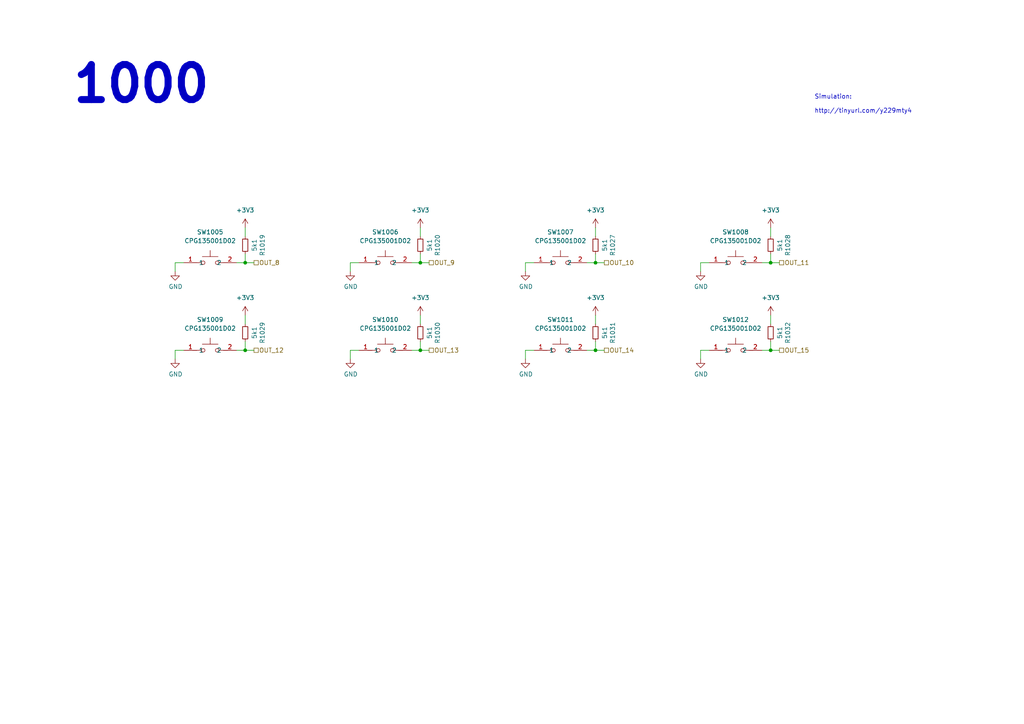
<source format=kicad_sch>
(kicad_sch (version 20230121) (generator eeschema)
  (paper "A4")
  (lib_symbols
    (symbol "power:+3V3" (power) (pin_names (offset 0))
      (property "Value" "+3V3" (at 0 3.556 0))
      (symbol "+3V3_0_1"
        (polyline (pts (xy -0.762 1.27) (xy 0 2.54)))
        (polyline (pts (xy 0 0) (xy 0 2.54)))
        (polyline (pts (xy 0 2.54) (xy 0.762 1.27)))
      )
      (symbol "+3V3_1_1"
        (pin power_in line (at 0 0 90) (length 0) hide (name "+3V3") (number "1"))
      )
    )
    (symbol "power:GND" (power) (pin_names (offset 0))
      (property "Value" "GND" (at 0 -3.81 0))
      (symbol "GND_0_1"
        (polyline (pts (xy 0 0) (xy 0 -1.27) (xy 1.27 -1.27) (xy 0 -2.54) (xy -1.27 -1.27) (xy 0 -1.27)))
      )
      (symbol "GND_1_1"
        (pin power_in line (at 0 0 270) (length 0) hide (name "GND") (number "1"))
      )
    )
    (symbol "suku_basics:CPG135001D02"
      (property "Reference" "SW" (at 0 2.54 0))
      (property "Value" "CPG135001D02" (at 0 -7.62 0))
      (symbol "CPG135001D02_0_1"
        (circle (center -2.03 -2.54) (radius 0.51))
        (polyline (pts (xy -5.08 -2.54) (xy -2.54 -2.54)))
        (polyline (pts (xy -2.29 -0.76) (xy 2.29 -0.76)))
        (polyline (pts (xy 0 -0.76) (xy 0 1.02)))
        (polyline (pts (xy 5.08 -2.54) (xy 2.54 -2.54)))
        (circle (center 2.03 -2.54) (radius 0.51))
        (pin unspecified line (at -7.62 -2.54 0) (length 3.81) (name "1") (number "1"))
        (pin unspecified line (at 7.62 -2.54 180) (length 3.81) (name "2") (number "2"))
      )
    )
    (symbol "suku_basics:RES" (pin_numbers hide) (pin_names (offset 0.254) hide)
      (property "Reference" "R" (at 0.762 0.508 0))
      (symbol "RES_1_1"
        (rectangle (start -0.762 1.778) (end 0.762 -1.778) (stroke (width 0.2032)))
        (pin passive line (at 0 2.54 270) (length 0.762) (name "~") (number "1"))
        (pin passive line (at 0 -2.54 90) (length 0.762) (name "~") (number "2"))
      )
    )
  )
  (junction (at 71.12 76.2))
  (junction (at 223.52 76.2))
  (junction (at 71.12 101.6))
  (junction (at 223.52 101.6))
  (junction (at 172.72 76.2))
  (junction (at 121.92 101.6))
  (junction (at 172.72 101.6))
  (junction (at 121.92 76.2))
  (wire (pts (xy 121.92 66.04) (xy 121.92 68.58)))
  (wire (pts (xy 170.18 101.6) (xy 172.72 101.6)))
  (wire (pts (xy 223.52 99.06) (xy 223.52 101.6)))
  (wire (pts (xy 223.52 91.44) (xy 223.52 93.98)))
  (wire (pts (xy 152.4 76.2) (xy 152.4 78.74)))
  (wire (pts (xy 71.12 91.44) (xy 71.12 93.98)))
  (wire (pts (xy 223.52 66.04) (xy 223.52 68.58)))
  (wire (pts (xy 203.2 101.6) (xy 203.2 104.14)))
  (wire (pts (xy 53.34 76.2) (xy 50.8 76.2)))
  (wire (pts (xy 121.92 99.06) (xy 121.92 101.6)))
  (wire (pts (xy 104.14 76.2) (xy 101.6 76.2)))
  (wire (pts (xy 205.74 101.6) (xy 203.2 101.6)))
  (wire (pts (xy 68.58 76.2) (xy 71.12 76.2)))
  (wire (pts (xy 223.52 101.6) (xy 226.06 101.6)))
  (wire (pts (xy 220.98 76.2) (xy 223.52 76.2)))
  (wire (pts (xy 121.92 91.44) (xy 121.92 93.98)))
  (wire (pts (xy 53.34 101.6) (xy 50.8 101.6)))
  (wire (pts (xy 223.52 76.2) (xy 226.06 76.2)))
  (wire (pts (xy 170.18 76.2) (xy 172.72 76.2)))
  (wire (pts (xy 50.8 76.2) (xy 50.8 78.74)))
  (wire (pts (xy 172.72 91.44) (xy 172.72 93.98)))
  (wire (pts (xy 205.74 76.2) (xy 203.2 76.2)))
  (wire (pts (xy 172.72 101.6) (xy 175.26 101.6)))
  (wire (pts (xy 119.38 76.2) (xy 121.92 76.2)))
  (wire (pts (xy 152.4 101.6) (xy 152.4 104.14)))
  (wire (pts (xy 121.92 76.2) (xy 124.46 76.2)))
  (wire (pts (xy 223.52 73.66) (xy 223.52 76.2)))
  (wire (pts (xy 203.2 76.2) (xy 203.2 78.74)))
  (wire (pts (xy 71.12 99.06) (xy 71.12 101.6)))
  (wire (pts (xy 104.14 101.6) (xy 101.6 101.6)))
  (wire (pts (xy 71.12 76.2) (xy 73.66 76.2)))
  (wire (pts (xy 50.8 101.6) (xy 50.8 104.14)))
  (wire (pts (xy 172.72 66.04) (xy 172.72 68.58)))
  (wire (pts (xy 68.58 101.6) (xy 71.12 101.6)))
  (wire (pts (xy 154.94 76.2) (xy 152.4 76.2)))
  (wire (pts (xy 172.72 76.2) (xy 175.26 76.2)))
  (wire (pts (xy 119.38 101.6) (xy 121.92 101.6)))
  (wire (pts (xy 71.12 66.04) (xy 71.12 68.58)))
  (wire (pts (xy 121.92 101.6) (xy 124.46 101.6)))
  (wire (pts (xy 71.12 73.66) (xy 71.12 76.2)))
  (wire (pts (xy 154.94 101.6) (xy 152.4 101.6)))
  (wire (pts (xy 101.6 76.2) (xy 101.6 78.74)))
  (wire (pts (xy 172.72 73.66) (xy 172.72 76.2)))
  (wire (pts (xy 121.92 73.66) (xy 121.92 76.2)))
  (wire (pts (xy 220.98 101.6) (xy 223.52 101.6)))
  (wire (pts (xy 71.12 101.6) (xy 73.66 101.6)))
  (wire (pts (xy 101.6 101.6) (xy 101.6 104.14)))
  (wire (pts (xy 172.72 99.06) (xy 172.72 101.6)))
  (text "1000" (at 20.32 30.48 0) (effects (font (size 10.16 10.16) (thickness 2.032) bold) (justify left bottom)))
  (text "Simulation:\n\nhttp://tinyurl.com/y229mty4" (at 236.22 33.02 0) (effects (font (size 1.27 1.27)) (justify left bottom)))
  (hierarchical_label "OUT_12" (shape passive) (at 73.66 101.6 0))
  (hierarchical_label "OUT_14" (shape passive) (at 175.26 101.6 0))
  (hierarchical_label "OUT_13" (shape passive) (at 124.46 101.6 0))
  (hierarchical_label "OUT_10" (shape passive) (at 175.26 76.2 0))
  (hierarchical_label "OUT_8" (shape passive) (at 73.66 76.2 0))
  (hierarchical_label "OUT_15" (shape passive) (at 226.06 101.6 0))
  (hierarchical_label "OUT_9" (shape passive) (at 124.46 76.2 0))
  (hierarchical_label "OUT_11" (shape passive) (at 226.06 76.2 0))
  (symbol (lib_id "suku_basics:CPG135001D02") (at 162.56 99.06 0) (unit 1)
    (property "Reference" "SW1011" (at 162.56 92.71 0))
    (property "Value" "CPG135001D02" (at 162.56 95.25 0))
    (property "Footprint" "suku_basics:KEY-TH_CPG135001D0X" (effects hide))
    (property "Datasheet" "https://lcsc.com/product-detail/Tactile-Switches_Kailh-CPG135001D02_C400230.html" (effects hide))
    (property "LCSC Part" "C400230" (effects hide))
  )
  (symbol (lib_id "power:+3V3") (at 121.92 66.04 0) (unit 1)
    (property "Reference" "#PWR01044" (effects hide))
    (property "Value" "+3V3" (at 121.92 60.96 0))
  )
  (symbol (lib_id "suku_basics:CPG135001D02") (at 213.36 99.06 0) (unit 1)
    (property "Reference" "SW1012" (at 213.36 92.71 0))
    (property "Value" "CPG135001D02" (at 213.36 95.25 0))
    (property "Footprint" "suku_basics:KEY-TH_CPG135001D0X" (effects hide))
    (property "Datasheet" "https://lcsc.com/product-detail/Tactile-Switches_Kailh-CPG135001D02_C400230.html" (effects hide))
    (property "LCSC Part" "C400230" (effects hide))
  )
  (symbol (lib_id "power:GND") (at 50.8 78.74 0) (unit 1)
    (property "Reference" "#PWR01048" (effects hide))
    (property "Value" "GND" (at 50.927 83.1342 0))
  )
  (symbol (lib_id "suku_basics:RES") (at 121.92 71.12 180) (unit 1)
    (property "Reference" "R1020" (at 126.8984 71.12 90))
    (property "Value" "5k1" (at 124.587 71.12 90))
    (property "Footprint" "suku_basics:RES_0402" (effects hide))
  )
  (symbol (lib_id "suku_basics:RES") (at 172.72 96.52 180) (unit 1)
    (property "Reference" "R1031" (at 177.6984 96.52 90))
    (property "Value" "5k1" (at 175.387 96.52 90))
    (property "Footprint" "suku_basics:RES_0402" (effects hide))
  )
  (symbol (lib_id "suku_basics:CPG135001D02") (at 162.56 73.66 0) (unit 1)
    (property "Reference" "SW1007" (at 162.56 67.31 0))
    (property "Value" "CPG135001D02" (at 162.56 69.85 0))
    (property "Footprint" "suku_basics:KEY-TH_CPG135001D0X" (effects hide))
    (property "Datasheet" "https://lcsc.com/product-detail/Tactile-Switches_Kailh-CPG135001D02_C400230.html" (effects hide))
    (property "LCSC Part" "C400230" (effects hide))
  )
  (symbol (lib_id "suku_basics:RES") (at 121.92 96.52 180) (unit 1)
    (property "Reference" "R1030" (at 126.8984 96.52 90))
    (property "Value" "5k1" (at 124.587 96.52 90))
    (property "Footprint" "suku_basics:RES_0402" (effects hide))
  )
  (symbol (lib_id "power:+3V3") (at 172.72 66.04 0) (unit 1)
    (property "Reference" "#PWR01046" (effects hide))
    (property "Value" "+3V3" (at 172.72 60.96 0))
  )
  (symbol (lib_id "power:+3V3") (at 121.92 91.44 0) (unit 1)
    (property "Reference" "#PWR01053" (effects hide))
    (property "Value" "+3V3" (at 121.92 86.36 0))
  )
  (symbol (lib_id "power:GND") (at 101.6 104.14 0) (unit 1)
    (property "Reference" "#PWR01057" (effects hide))
    (property "Value" "GND" (at 101.727 108.5342 0))
  )
  (symbol (lib_id "power:+3V3") (at 71.12 66.04 0) (unit 1)
    (property "Reference" "#PWR01043" (effects hide))
    (property "Value" "+3V3" (at 71.12 60.96 0))
  )
  (symbol (lib_id "suku_basics:CPG135001D02") (at 60.96 73.66 0) (unit 1)
    (property "Reference" "SW1005" (at 60.96 67.31 0))
    (property "Value" "CPG135001D02" (at 60.96 69.85 0))
    (property "Footprint" "suku_basics:KEY-TH_CPG135001D0X" (effects hide))
    (property "Datasheet" "https://lcsc.com/product-detail/Tactile-Switches_Kailh-CPG135001D02_C400230.html" (effects hide))
    (property "LCSC Part" "C400230" (effects hide))
  )
  (symbol (lib_id "suku_basics:RES") (at 172.72 71.12 180) (unit 1)
    (property "Reference" "R1027" (at 177.6984 71.12 90))
    (property "Value" "5k1" (at 175.387 71.12 90))
    (property "Footprint" "suku_basics:RES_0402" (effects hide))
  )
  (symbol (lib_id "power:+3V3") (at 172.72 91.44 0) (unit 1)
    (property "Reference" "#PWR01054" (effects hide))
    (property "Value" "+3V3" (at 172.72 86.36 0))
  )
  (symbol (lib_id "power:GND") (at 152.4 104.14 0) (unit 1)
    (property "Reference" "#PWR01058" (effects hide))
    (property "Value" "GND" (at 152.527 108.5342 0))
  )
  (symbol (lib_id "power:GND") (at 50.8 104.14 0) (unit 1)
    (property "Reference" "#PWR01056" (effects hide))
    (property "Value" "GND" (at 50.927 108.5342 0))
  )
  (symbol (lib_id "suku_basics:RES") (at 223.52 96.52 180) (unit 1)
    (property "Reference" "R1032" (at 228.4984 96.52 90))
    (property "Value" "5k1" (at 226.187 96.52 90))
    (property "Footprint" "suku_basics:RES_0402" (effects hide))
  )
  (symbol (lib_id "suku_basics:CPG135001D02") (at 111.76 99.06 0) (unit 1)
    (property "Reference" "SW1010" (at 111.76 92.71 0))
    (property "Value" "CPG135001D02" (at 111.76 95.25 0))
    (property "Footprint" "suku_basics:KEY-TH_CPG135001D0X" (effects hide))
    (property "Datasheet" "https://lcsc.com/product-detail/Tactile-Switches_Kailh-CPG135001D02_C400230.html" (effects hide))
    (property "LCSC Part" "C400230" (effects hide))
  )
  (symbol (lib_id "power:+3V3") (at 71.12 91.44 0) (unit 1)
    (property "Reference" "#PWR01052" (effects hide))
    (property "Value" "+3V3" (at 71.12 86.36 0))
  )
  (symbol (lib_id "suku_basics:CPG135001D02") (at 60.96 99.06 0) (unit 1)
    (property "Reference" "SW1009" (at 60.96 92.71 0))
    (property "Value" "CPG135001D02" (at 60.96 95.25 0))
    (property "Footprint" "suku_basics:KEY-TH_CPG135001D0X" (effects hide))
    (property "Datasheet" "https://lcsc.com/product-detail/Tactile-Switches_Kailh-CPG135001D02_C400230.html" (effects hide))
    (property "LCSC Part" "C400230" (effects hide))
  )
  (symbol (lib_id "suku_basics:RES") (at 71.12 96.52 180) (unit 1)
    (property "Reference" "R1029" (at 76.0984 96.52 90))
    (property "Value" "5k1" (at 73.787 96.52 90))
    (property "Footprint" "suku_basics:RES_0402" (effects hide))
  )
  (symbol (lib_id "power:+3V3") (at 223.52 91.44 0) (unit 1)
    (property "Reference" "#PWR01055" (effects hide))
    (property "Value" "+3V3" (at 223.52 86.36 0))
  )
  (symbol (lib_id "suku_basics:CPG135001D02") (at 213.36 73.66 0) (unit 1)
    (property "Reference" "SW1008" (at 213.36 67.31 0))
    (property "Value" "CPG135001D02" (at 213.36 69.85 0))
    (property "Footprint" "suku_basics:KEY-TH_CPG135001D0X" (effects hide))
    (property "Datasheet" "https://lcsc.com/product-detail/Tactile-Switches_Kailh-CPG135001D02_C400230.html" (effects hide))
    (property "LCSC Part" "C400230" (effects hide))
  )
  (symbol (lib_id "power:GND") (at 152.4 78.74 0) (unit 1)
    (property "Reference" "#PWR01050" (effects hide))
    (property "Value" "GND" (at 152.527 83.1342 0))
  )
  (symbol (lib_id "suku_basics:RES") (at 71.12 71.12 180) (unit 1)
    (property "Reference" "R1019" (at 76.0984 71.12 90))
    (property "Value" "5k1" (at 73.787 71.12 90))
    (property "Footprint" "suku_basics:RES_0402" (effects hide))
  )
  (symbol (lib_id "suku_basics:RES") (at 223.52 71.12 180) (unit 1)
    (property "Reference" "R1028" (at 228.4984 71.12 90))
    (property "Value" "5k1" (at 226.187 71.12 90))
    (property "Footprint" "suku_basics:RES_0402" (effects hide))
  )
  (symbol (lib_id "power:+3V3") (at 223.52 66.04 0) (unit 1)
    (property "Reference" "#PWR01047" (effects hide))
    (property "Value" "+3V3" (at 223.52 60.96 0))
  )
  (symbol (lib_id "power:GND") (at 203.2 78.74 0) (unit 1)
    (property "Reference" "#PWR01051" (effects hide))
    (property "Value" "GND" (at 203.327 83.1342 0))
  )
  (symbol (lib_id "power:GND") (at 101.6 78.74 0) (unit 1)
    (property "Reference" "#PWR01049" (effects hide))
    (property "Value" "GND" (at 101.727 83.1342 0))
  )
  (symbol (lib_id "suku_basics:CPG135001D02") (at 111.76 73.66 0) (unit 1)
    (property "Reference" "SW1006" (at 111.76 67.31 0))
    (property "Value" "CPG135001D02" (at 111.76 69.85 0))
    (property "Footprint" "suku_basics:KEY-TH_CPG135001D0X" (effects hide))
    (property "Datasheet" "https://lcsc.com/product-detail/Tactile-Switches_Kailh-CPG135001D02_C400230.html" (effects hide))
    (property "LCSC Part" "C400230" (effects hide))
  )
  (symbol (lib_id "power:GND") (at 203.2 104.14 0) (unit 1)
    (property "Reference" "#PWR01059" (effects hide))
    (property "Value" "GND" (at 203.327 108.5342 0))
  )
)
</source>
